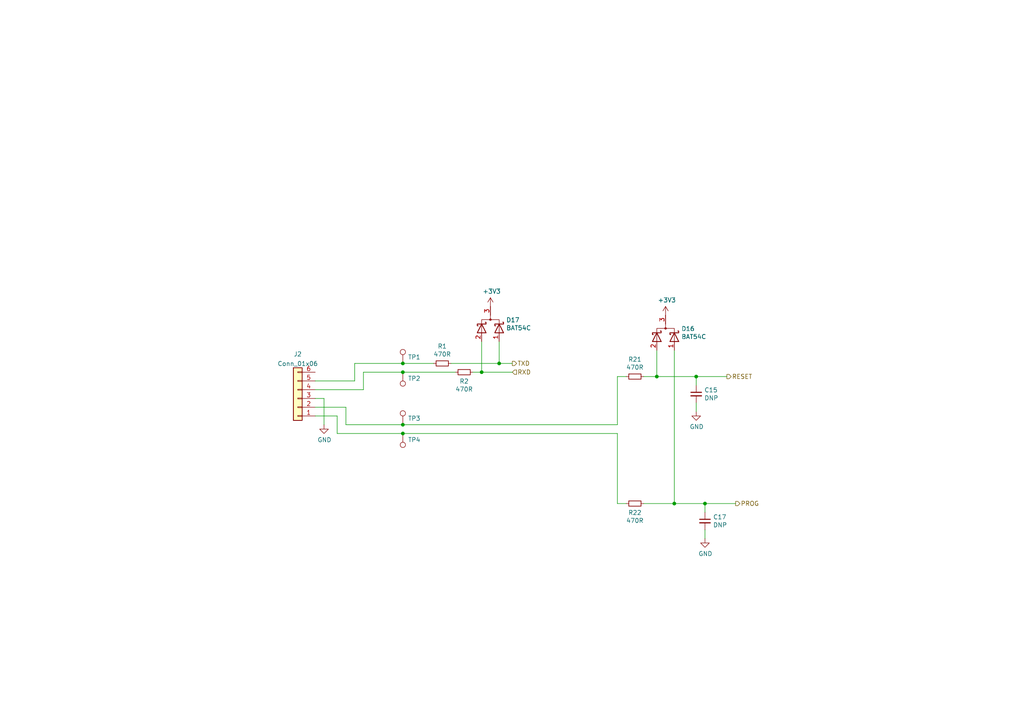
<source format=kicad_sch>
(kicad_sch (version 20211123) (generator eeschema)

  (uuid aa0466c6-766f-4bb4-abf1-502a6a06f91d)

  (paper "A4")

  (lib_symbols
    (symbol "Connector:TestPoint" (pin_numbers hide) (pin_names (offset 0.762) hide) (in_bom yes) (on_board yes)
      (property "Reference" "TP" (id 0) (at 0 6.858 0)
        (effects (font (size 1.27 1.27)))
      )
      (property "Value" "TestPoint" (id 1) (at 0 5.08 0)
        (effects (font (size 1.27 1.27)))
      )
      (property "Footprint" "" (id 2) (at 5.08 0 0)
        (effects (font (size 1.27 1.27)) hide)
      )
      (property "Datasheet" "~" (id 3) (at 5.08 0 0)
        (effects (font (size 1.27 1.27)) hide)
      )
      (property "ki_keywords" "test point tp" (id 4) (at 0 0 0)
        (effects (font (size 1.27 1.27)) hide)
      )
      (property "ki_description" "test point" (id 5) (at 0 0 0)
        (effects (font (size 1.27 1.27)) hide)
      )
      (property "ki_fp_filters" "Pin* Test*" (id 6) (at 0 0 0)
        (effects (font (size 1.27 1.27)) hide)
      )
      (symbol "TestPoint_0_1"
        (circle (center 0 3.302) (radius 0.762)
          (stroke (width 0) (type default) (color 0 0 0 0))
          (fill (type none))
        )
      )
      (symbol "TestPoint_1_1"
        (pin passive line (at 0 0 90) (length 2.54)
          (name "1" (effects (font (size 1.27 1.27))))
          (number "1" (effects (font (size 1.27 1.27))))
        )
      )
    )
    (symbol "Connector_Generic:Conn_01x06" (pin_names (offset 1.016) hide) (in_bom yes) (on_board yes)
      (property "Reference" "J" (id 0) (at 0 7.62 0)
        (effects (font (size 1.27 1.27)))
      )
      (property "Value" "Conn_01x06" (id 1) (at 0 -10.16 0)
        (effects (font (size 1.27 1.27)))
      )
      (property "Footprint" "" (id 2) (at 0 0 0)
        (effects (font (size 1.27 1.27)) hide)
      )
      (property "Datasheet" "~" (id 3) (at 0 0 0)
        (effects (font (size 1.27 1.27)) hide)
      )
      (property "ki_keywords" "connector" (id 4) (at 0 0 0)
        (effects (font (size 1.27 1.27)) hide)
      )
      (property "ki_description" "Generic connector, single row, 01x06, script generated (kicad-library-utils/schlib/autogen/connector/)" (id 5) (at 0 0 0)
        (effects (font (size 1.27 1.27)) hide)
      )
      (property "ki_fp_filters" "Connector*:*_1x??_*" (id 6) (at 0 0 0)
        (effects (font (size 1.27 1.27)) hide)
      )
      (symbol "Conn_01x06_1_1"
        (rectangle (start -1.27 -7.493) (end 0 -7.747)
          (stroke (width 0.1524) (type default) (color 0 0 0 0))
          (fill (type none))
        )
        (rectangle (start -1.27 -4.953) (end 0 -5.207)
          (stroke (width 0.1524) (type default) (color 0 0 0 0))
          (fill (type none))
        )
        (rectangle (start -1.27 -2.413) (end 0 -2.667)
          (stroke (width 0.1524) (type default) (color 0 0 0 0))
          (fill (type none))
        )
        (rectangle (start -1.27 0.127) (end 0 -0.127)
          (stroke (width 0.1524) (type default) (color 0 0 0 0))
          (fill (type none))
        )
        (rectangle (start -1.27 2.667) (end 0 2.413)
          (stroke (width 0.1524) (type default) (color 0 0 0 0))
          (fill (type none))
        )
        (rectangle (start -1.27 5.207) (end 0 4.953)
          (stroke (width 0.1524) (type default) (color 0 0 0 0))
          (fill (type none))
        )
        (rectangle (start -1.27 6.35) (end 1.27 -8.89)
          (stroke (width 0.254) (type default) (color 0 0 0 0))
          (fill (type background))
        )
        (pin passive line (at -5.08 5.08 0) (length 3.81)
          (name "Pin_1" (effects (font (size 1.27 1.27))))
          (number "1" (effects (font (size 1.27 1.27))))
        )
        (pin passive line (at -5.08 2.54 0) (length 3.81)
          (name "Pin_2" (effects (font (size 1.27 1.27))))
          (number "2" (effects (font (size 1.27 1.27))))
        )
        (pin passive line (at -5.08 0 0) (length 3.81)
          (name "Pin_3" (effects (font (size 1.27 1.27))))
          (number "3" (effects (font (size 1.27 1.27))))
        )
        (pin passive line (at -5.08 -2.54 0) (length 3.81)
          (name "Pin_4" (effects (font (size 1.27 1.27))))
          (number "4" (effects (font (size 1.27 1.27))))
        )
        (pin passive line (at -5.08 -5.08 0) (length 3.81)
          (name "Pin_5" (effects (font (size 1.27 1.27))))
          (number "5" (effects (font (size 1.27 1.27))))
        )
        (pin passive line (at -5.08 -7.62 0) (length 3.81)
          (name "Pin_6" (effects (font (size 1.27 1.27))))
          (number "6" (effects (font (size 1.27 1.27))))
        )
      )
    )
    (symbol "Device:C_Small" (pin_numbers hide) (pin_names (offset 0.254) hide) (in_bom yes) (on_board yes)
      (property "Reference" "C" (id 0) (at 0.254 1.778 0)
        (effects (font (size 1.27 1.27)) (justify left))
      )
      (property "Value" "C_Small" (id 1) (at 0.254 -2.032 0)
        (effects (font (size 1.27 1.27)) (justify left))
      )
      (property "Footprint" "" (id 2) (at 0 0 0)
        (effects (font (size 1.27 1.27)) hide)
      )
      (property "Datasheet" "~" (id 3) (at 0 0 0)
        (effects (font (size 1.27 1.27)) hide)
      )
      (property "ki_keywords" "capacitor cap" (id 4) (at 0 0 0)
        (effects (font (size 1.27 1.27)) hide)
      )
      (property "ki_description" "Unpolarized capacitor, small symbol" (id 5) (at 0 0 0)
        (effects (font (size 1.27 1.27)) hide)
      )
      (property "ki_fp_filters" "C_*" (id 6) (at 0 0 0)
        (effects (font (size 1.27 1.27)) hide)
      )
      (symbol "C_Small_0_1"
        (polyline
          (pts
            (xy -1.524 -0.508)
            (xy 1.524 -0.508)
          )
          (stroke (width 0.3302) (type default) (color 0 0 0 0))
          (fill (type none))
        )
        (polyline
          (pts
            (xy -1.524 0.508)
            (xy 1.524 0.508)
          )
          (stroke (width 0.3048) (type default) (color 0 0 0 0))
          (fill (type none))
        )
      )
      (symbol "C_Small_1_1"
        (pin passive line (at 0 2.54 270) (length 2.032)
          (name "~" (effects (font (size 1.27 1.27))))
          (number "1" (effects (font (size 1.27 1.27))))
        )
        (pin passive line (at 0 -2.54 90) (length 2.032)
          (name "~" (effects (font (size 1.27 1.27))))
          (number "2" (effects (font (size 1.27 1.27))))
        )
      )
    )
    (symbol "Device:D_Schottky_x2_KCom_AAK_Parallel" (pin_names (offset 0.762) hide) (in_bom yes) (on_board yes)
      (property "Reference" "D" (id 0) (at 0 5.08 0)
        (effects (font (size 1.27 1.27)))
      )
      (property "Value" "Device_D_Schottky_x2_KCom_AAK_Parallel" (id 1) (at 0 -5.08 0)
        (effects (font (size 1.27 1.27)))
      )
      (property "Footprint" "" (id 2) (at 1.27 0 0)
        (effects (font (size 1.27 1.27)) hide)
      )
      (property "Datasheet" "" (id 3) (at 1.27 0 0)
        (effects (font (size 1.27 1.27)) hide)
      )
      (symbol "D_Schottky_x2_KCom_AAK_Parallel_0_1"
        (polyline
          (pts
            (xy 1.27 0)
            (xy 2.54 0)
          )
          (stroke (width 0) (type default) (color 0 0 0 0))
          (fill (type none))
        )
        (polyline
          (pts
            (xy -2.54 -2.54)
            (xy 1.27 -2.54)
            (xy 1.27 2.54)
            (xy -2.54 2.54)
          )
          (stroke (width 0) (type default) (color 0 0 0 0))
          (fill (type none))
        )
        (polyline
          (pts
            (xy -2.54 -1.27)
            (xy 0 -2.54)
            (xy -2.54 -3.81)
            (xy -2.54 -1.27)
            (xy -2.54 -1.27)
            (xy -2.54 -1.27)
          )
          (stroke (width 0.254) (type default) (color 0 0 0 0))
          (fill (type none))
        )
        (polyline
          (pts
            (xy -2.54 3.81)
            (xy 0 2.54)
            (xy -2.54 1.27)
            (xy -2.54 3.81)
            (xy -2.54 3.81)
            (xy -2.54 3.81)
          )
          (stroke (width 0.254) (type default) (color 0 0 0 0))
          (fill (type none))
        )
        (polyline
          (pts
            (xy 0.508 -1.524)
            (xy 0.508 -1.27)
            (xy 0 -1.27)
            (xy 0 -3.81)
            (xy -0.508 -3.81)
            (xy -0.508 -3.556)
          )
          (stroke (width 0.254) (type default) (color 0 0 0 0))
          (fill (type none))
        )
        (polyline
          (pts
            (xy 0.508 3.556)
            (xy 0.508 3.81)
            (xy 0 3.81)
            (xy 0 1.27)
            (xy -0.508 1.27)
            (xy -0.508 1.524)
          )
          (stroke (width 0.254) (type default) (color 0 0 0 0))
          (fill (type none))
        )
        (circle (center 1.27 0) (radius 0.254)
          (stroke (width 0) (type default) (color 0 0 0 0))
          (fill (type outline))
        )
        (pin passive line (at -5.08 2.54 0) (length 2.54)
          (name "K" (effects (font (size 1.27 1.27))))
          (number "1" (effects (font (size 1.27 1.27))))
        )
        (pin passive line (at -5.08 -2.54 0) (length 2.54)
          (name "K" (effects (font (size 1.27 1.27))))
          (number "2" (effects (font (size 1.27 1.27))))
        )
        (pin passive line (at 5.08 0 180) (length 2.54)
          (name "A" (effects (font (size 1.27 1.27))))
          (number "3" (effects (font (size 1.27 1.27))))
        )
      )
    )
    (symbol "Device:R_Small" (pin_numbers hide) (pin_names (offset 0.254) hide) (in_bom yes) (on_board yes)
      (property "Reference" "R" (id 0) (at 0.762 0.508 0)
        (effects (font (size 1.27 1.27)) (justify left))
      )
      (property "Value" "R_Small" (id 1) (at 0.762 -1.016 0)
        (effects (font (size 1.27 1.27)) (justify left))
      )
      (property "Footprint" "" (id 2) (at 0 0 0)
        (effects (font (size 1.27 1.27)) hide)
      )
      (property "Datasheet" "~" (id 3) (at 0 0 0)
        (effects (font (size 1.27 1.27)) hide)
      )
      (property "ki_keywords" "R resistor" (id 4) (at 0 0 0)
        (effects (font (size 1.27 1.27)) hide)
      )
      (property "ki_description" "Resistor, small symbol" (id 5) (at 0 0 0)
        (effects (font (size 1.27 1.27)) hide)
      )
      (property "ki_fp_filters" "R_*" (id 6) (at 0 0 0)
        (effects (font (size 1.27 1.27)) hide)
      )
      (symbol "R_Small_0_1"
        (rectangle (start -0.762 1.778) (end 0.762 -1.778)
          (stroke (width 0.2032) (type default) (color 0 0 0 0))
          (fill (type none))
        )
      )
      (symbol "R_Small_1_1"
        (pin passive line (at 0 2.54 270) (length 0.762)
          (name "~" (effects (font (size 1.27 1.27))))
          (number "1" (effects (font (size 1.27 1.27))))
        )
        (pin passive line (at 0 -2.54 90) (length 0.762)
          (name "~" (effects (font (size 1.27 1.27))))
          (number "2" (effects (font (size 1.27 1.27))))
        )
      )
    )
    (symbol "power:+3V3" (power) (pin_names (offset 0)) (in_bom yes) (on_board yes)
      (property "Reference" "#PWR" (id 0) (at 0 -3.81 0)
        (effects (font (size 1.27 1.27)) hide)
      )
      (property "Value" "+3V3" (id 1) (at 0 3.556 0)
        (effects (font (size 1.27 1.27)))
      )
      (property "Footprint" "" (id 2) (at 0 0 0)
        (effects (font (size 1.27 1.27)) hide)
      )
      (property "Datasheet" "" (id 3) (at 0 0 0)
        (effects (font (size 1.27 1.27)) hide)
      )
      (property "ki_keywords" "power-flag" (id 4) (at 0 0 0)
        (effects (font (size 1.27 1.27)) hide)
      )
      (property "ki_description" "Power symbol creates a global label with name \"+3V3\"" (id 5) (at 0 0 0)
        (effects (font (size 1.27 1.27)) hide)
      )
      (symbol "+3V3_0_1"
        (polyline
          (pts
            (xy -0.762 1.27)
            (xy 0 2.54)
          )
          (stroke (width 0) (type default) (color 0 0 0 0))
          (fill (type none))
        )
        (polyline
          (pts
            (xy 0 0)
            (xy 0 2.54)
          )
          (stroke (width 0) (type default) (color 0 0 0 0))
          (fill (type none))
        )
        (polyline
          (pts
            (xy 0 2.54)
            (xy 0.762 1.27)
          )
          (stroke (width 0) (type default) (color 0 0 0 0))
          (fill (type none))
        )
      )
      (symbol "+3V3_1_1"
        (pin power_in line (at 0 0 90) (length 0) hide
          (name "+3V3" (effects (font (size 1.27 1.27))))
          (number "1" (effects (font (size 1.27 1.27))))
        )
      )
    )
    (symbol "power:GND" (power) (pin_names (offset 0)) (in_bom yes) (on_board yes)
      (property "Reference" "#PWR" (id 0) (at 0 -6.35 0)
        (effects (font (size 1.27 1.27)) hide)
      )
      (property "Value" "GND" (id 1) (at 0 -3.81 0)
        (effects (font (size 1.27 1.27)))
      )
      (property "Footprint" "" (id 2) (at 0 0 0)
        (effects (font (size 1.27 1.27)) hide)
      )
      (property "Datasheet" "" (id 3) (at 0 0 0)
        (effects (font (size 1.27 1.27)) hide)
      )
      (property "ki_keywords" "power-flag" (id 4) (at 0 0 0)
        (effects (font (size 1.27 1.27)) hide)
      )
      (property "ki_description" "Power symbol creates a global label with name \"GND\" , ground" (id 5) (at 0 0 0)
        (effects (font (size 1.27 1.27)) hide)
      )
      (symbol "GND_0_1"
        (polyline
          (pts
            (xy 0 0)
            (xy 0 -1.27)
            (xy 1.27 -1.27)
            (xy 0 -2.54)
            (xy -1.27 -1.27)
            (xy 0 -1.27)
          )
          (stroke (width 0) (type default) (color 0 0 0 0))
          (fill (type none))
        )
      )
      (symbol "GND_1_1"
        (pin power_in line (at 0 0 270) (length 0) hide
          (name "GND" (effects (font (size 1.27 1.27))))
          (number "1" (effects (font (size 1.27 1.27))))
        )
      )
    )
  )

  (junction (at 116.84 125.73) (diameter 0) (color 0 0 0 0)
    (uuid 0a79db37-f1d9-40b1-a24d-8bdfb8f637e2)
  )
  (junction (at 139.7 107.95) (diameter 0) (color 0 0 0 0)
    (uuid 1b5a32e4-0b8e-4f38-b679-71dc277c2087)
  )
  (junction (at 116.84 107.95) (diameter 0) (color 0 0 0 0)
    (uuid 29cd9e70-9b68-44f7-96b2-fe993c246832)
  )
  (junction (at 190.5 109.22) (diameter 0) (color 0 0 0 0)
    (uuid 2ec9be40-1d5a-4e2d-8a4d-4be2d3c079d5)
  )
  (junction (at 144.78 105.41) (diameter 0) (color 0 0 0 0)
    (uuid 494d4ce3-60c4-4021-8bd1-ab41a12b14ed)
  )
  (junction (at 116.84 123.19) (diameter 0) (color 0 0 0 0)
    (uuid 71aa3829-956e-4ff9-af3f-b06e50ab2b5a)
  )
  (junction (at 195.58 146.05) (diameter 0) (color 0 0 0 0)
    (uuid be030c62-e776-405f-97d8-4a4c1aa2e428)
  )
  (junction (at 116.84 105.41) (diameter 0) (color 0 0 0 0)
    (uuid cd48b13f-c989-4ac1-a7f0-053afcd77527)
  )
  (junction (at 204.47 146.05) (diameter 0) (color 0 0 0 0)
    (uuid df9a1242-2d73-4343-b170-237bc9a8080f)
  )
  (junction (at 201.93 109.22) (diameter 0) (color 0 0 0 0)
    (uuid ef3dded2-639c-45d4-8076-84cfb5189592)
  )

  (wire (pts (xy 195.58 101.6) (xy 195.58 146.05))
    (stroke (width 0) (type default) (color 0 0 0 0))
    (uuid 0cc094e7-c1c0-457d-bd94-3db91c23be55)
  )
  (wire (pts (xy 100.33 118.11) (xy 100.33 123.19))
    (stroke (width 0) (type default) (color 0 0 0 0))
    (uuid 0cf3c1a7-3937-415a-86cd-e961535bb11b)
  )
  (wire (pts (xy 105.41 107.95) (xy 105.41 113.03))
    (stroke (width 0) (type default) (color 0 0 0 0))
    (uuid 1e0fed4f-2503-47b7-a2de-e60956703ba3)
  )
  (wire (pts (xy 144.78 105.41) (xy 148.59 105.41))
    (stroke (width 0) (type default) (color 0 0 0 0))
    (uuid 2a6ee718-8cdf-4fa6-be7c-8fe885d98fd7)
  )
  (wire (pts (xy 204.47 146.05) (xy 213.36 146.05))
    (stroke (width 0) (type default) (color 0 0 0 0))
    (uuid 2d0d333a-99a0-4575-9433-710c8cc7ac0b)
  )
  (wire (pts (xy 116.84 107.95) (xy 132.08 107.95))
    (stroke (width 0) (type default) (color 0 0 0 0))
    (uuid 2e1d63b8-5189-41bb-8b6a-c4ada546b2d5)
  )
  (wire (pts (xy 190.5 109.22) (xy 201.93 109.22))
    (stroke (width 0) (type default) (color 0 0 0 0))
    (uuid 35343f32-90ff-4059-a108-111fb444c3d2)
  )
  (wire (pts (xy 116.84 123.19) (xy 179.07 123.19))
    (stroke (width 0) (type default) (color 0 0 0 0))
    (uuid 41524d81-a7f7-45af-a8c6-15609b68d1fd)
  )
  (wire (pts (xy 105.41 107.95) (xy 116.84 107.95))
    (stroke (width 0) (type default) (color 0 0 0 0))
    (uuid 5099f397-6fe7-454f-899c-34e2b5f22ca7)
  )
  (wire (pts (xy 91.44 115.57) (xy 93.98 115.57))
    (stroke (width 0) (type default) (color 0 0 0 0))
    (uuid 51645d74-e026-4966-aa5b-d26484ba844f)
  )
  (wire (pts (xy 139.7 107.95) (xy 148.59 107.95))
    (stroke (width 0) (type default) (color 0 0 0 0))
    (uuid 55cff608-ab38-48d9-ac09-2d0a877ceca1)
  )
  (wire (pts (xy 139.7 99.06) (xy 139.7 107.95))
    (stroke (width 0) (type default) (color 0 0 0 0))
    (uuid 5a889284-4c9f-49be-8f02-e43e18550914)
  )
  (wire (pts (xy 204.47 148.59) (xy 204.47 146.05))
    (stroke (width 0) (type default) (color 0 0 0 0))
    (uuid 629fdb7a-7978-43d0-987e-b84465775826)
  )
  (wire (pts (xy 179.07 109.22) (xy 181.61 109.22))
    (stroke (width 0) (type default) (color 0 0 0 0))
    (uuid 6b69fc79-c78f-4df1-9a05-c51d4173705f)
  )
  (wire (pts (xy 179.07 109.22) (xy 179.07 123.19))
    (stroke (width 0) (type default) (color 0 0 0 0))
    (uuid 6ce41a48-c5e2-4d5f-8548-1c7b5c309a8a)
  )
  (wire (pts (xy 93.98 115.57) (xy 93.98 123.19))
    (stroke (width 0) (type default) (color 0 0 0 0))
    (uuid 75fc1b5d-5844-4fcd-9f59-12f12889cd00)
  )
  (wire (pts (xy 186.69 109.22) (xy 190.5 109.22))
    (stroke (width 0) (type default) (color 0 0 0 0))
    (uuid 7b75907b-b2ae-4362-89fa-d520339aaa5c)
  )
  (wire (pts (xy 201.93 119.38) (xy 201.93 116.84))
    (stroke (width 0) (type default) (color 0 0 0 0))
    (uuid 7c6e532b-1afd-48d4-9389-2942dcbc7c3c)
  )
  (wire (pts (xy 91.44 110.49) (xy 102.87 110.49))
    (stroke (width 0) (type default) (color 0 0 0 0))
    (uuid 80946195-5900-41bc-bb99-b565b08e01ba)
  )
  (wire (pts (xy 179.07 125.73) (xy 179.07 146.05))
    (stroke (width 0) (type default) (color 0 0 0 0))
    (uuid 843b53af-dd34-4db8-aa6b-5035b25affc7)
  )
  (wire (pts (xy 144.78 105.41) (xy 144.78 99.06))
    (stroke (width 0) (type default) (color 0 0 0 0))
    (uuid 84febc35-87fd-4cad-8e04-2b66390cfc12)
  )
  (wire (pts (xy 116.84 125.73) (xy 179.07 125.73))
    (stroke (width 0) (type default) (color 0 0 0 0))
    (uuid 8ec1fbbd-83d0-4a2b-ac8f-75165dd1f97a)
  )
  (wire (pts (xy 195.58 146.05) (xy 204.47 146.05))
    (stroke (width 0) (type default) (color 0 0 0 0))
    (uuid 9c0314b1-f82f-432d-95a0-65e191202552)
  )
  (wire (pts (xy 204.47 156.21) (xy 204.47 153.67))
    (stroke (width 0) (type default) (color 0 0 0 0))
    (uuid 9c5933cf-1535-4465-90dd-da9b75afcdcf)
  )
  (wire (pts (xy 179.07 146.05) (xy 181.61 146.05))
    (stroke (width 0) (type default) (color 0 0 0 0))
    (uuid 9c8eae28-a7c3-4e6a-bd81-98cf70031070)
  )
  (wire (pts (xy 116.84 105.41) (xy 125.73 105.41))
    (stroke (width 0) (type default) (color 0 0 0 0))
    (uuid 9e18f8b3-9e1a-4022-9224-10c12ca8a28d)
  )
  (wire (pts (xy 102.87 105.41) (xy 116.84 105.41))
    (stroke (width 0) (type default) (color 0 0 0 0))
    (uuid a12b751e-ae7a-468c-af3d-31ed4d501b01)
  )
  (wire (pts (xy 100.33 123.19) (xy 116.84 123.19))
    (stroke (width 0) (type default) (color 0 0 0 0))
    (uuid a67dbe3b-ec7d-4ea5-b0e5-715c5263d8da)
  )
  (wire (pts (xy 130.81 105.41) (xy 144.78 105.41))
    (stroke (width 0) (type default) (color 0 0 0 0))
    (uuid a6dc1180-19c4-432b-af49-fc9179bb4519)
  )
  (wire (pts (xy 201.93 109.22) (xy 210.82 109.22))
    (stroke (width 0) (type default) (color 0 0 0 0))
    (uuid b4675fcd-90dd-499b-8feb-46b51a88378c)
  )
  (wire (pts (xy 190.5 101.6) (xy 190.5 109.22))
    (stroke (width 0) (type default) (color 0 0 0 0))
    (uuid b632afec-1444-4246-8afb-cc14a57567e7)
  )
  (wire (pts (xy 97.79 120.65) (xy 91.44 120.65))
    (stroke (width 0) (type default) (color 0 0 0 0))
    (uuid c6eba095-568b-4dfe-8e69-bc856627d00f)
  )
  (wire (pts (xy 201.93 111.76) (xy 201.93 109.22))
    (stroke (width 0) (type default) (color 0 0 0 0))
    (uuid d53baa32-ba88-4646-9db3-0e9b0f0da4f0)
  )
  (wire (pts (xy 91.44 113.03) (xy 105.41 113.03))
    (stroke (width 0) (type default) (color 0 0 0 0))
    (uuid d59261c9-33df-4ea6-a272-6246eecc290f)
  )
  (wire (pts (xy 102.87 105.41) (xy 102.87 110.49))
    (stroke (width 0) (type default) (color 0 0 0 0))
    (uuid d8da3796-ed31-48b0-90e3-5311e74296e6)
  )
  (wire (pts (xy 91.44 118.11) (xy 100.33 118.11))
    (stroke (width 0) (type default) (color 0 0 0 0))
    (uuid da266799-b09f-4409-ab82-12be3f03f10c)
  )
  (wire (pts (xy 97.79 125.73) (xy 97.79 120.65))
    (stroke (width 0) (type default) (color 0 0 0 0))
    (uuid dfb552bb-6eda-4fb9-9d88-b04b58866f82)
  )
  (wire (pts (xy 97.79 125.73) (xy 116.84 125.73))
    (stroke (width 0) (type default) (color 0 0 0 0))
    (uuid eb1b2aa2-a3cc-4a96-87ec-70fcae365f0f)
  )
  (wire (pts (xy 137.16 107.95) (xy 139.7 107.95))
    (stroke (width 0) (type default) (color 0 0 0 0))
    (uuid eb7e294c-b398-413b-8b78-85a66ed5f3ea)
  )
  (wire (pts (xy 186.69 146.05) (xy 195.58 146.05))
    (stroke (width 0) (type default) (color 0 0 0 0))
    (uuid f2392fe0-54af-4e02-8793-9ba2471944b5)
  )

  (hierarchical_label "PROG" (shape output) (at 213.36 146.05 0)
    (effects (font (size 1.27 1.27)) (justify left))
    (uuid 4f2f68c4-6fa0-45ce-b5c2-e911daddcd12)
  )
  (hierarchical_label "TXD" (shape output) (at 148.59 105.41 0)
    (effects (font (size 1.27 1.27)) (justify left))
    (uuid 692d87e9-6b70-46cc-9c78-b75193a484cc)
  )
  (hierarchical_label "RXD" (shape input) (at 148.59 107.95 0)
    (effects (font (size 1.27 1.27)) (justify left))
    (uuid a6706c54-6a82-42d1-a6c9-48341690e19d)
  )
  (hierarchical_label "RESET" (shape output) (at 210.82 109.22 0)
    (effects (font (size 1.27 1.27)) (justify left))
    (uuid dd6c35f3-ae45-4706-ad6f-8028797ca8e0)
  )

  (symbol (lib_id "Device:D_Schottky_x2_KCom_AAK_Parallel") (at 193.04 96.52 270) (mirror x) (unit 1)
    (in_bom yes) (on_board yes)
    (uuid 00000000-0000-0000-0000-00005f6a779d)
    (property "Reference" "D16" (id 0) (at 197.612 95.3516 90)
      (effects (font (size 1.27 1.27)) (justify left))
    )
    (property "Value" "BAT54C" (id 1) (at 197.612 97.663 90)
      (effects (font (size 1.27 1.27)) (justify left))
    )
    (property "Footprint" "Package_TO_SOT_SMD:SOT-23" (id 2) (at 193.04 96.52 0)
      (effects (font (size 1.27 1.27)) hide)
    )
    (property "Datasheet" "~" (id 3) (at 193.04 96.52 0)
      (effects (font (size 1.27 1.27)) hide)
    )
    (pin "1" (uuid ec48f40d-c3a1-41ac-85d7-ccfcf1117463))
    (pin "2" (uuid f98e3333-6376-41c2-bdca-04ad7193fcc9))
    (pin "3" (uuid 03f23d5f-861f-4509-9ac6-8a2b462ebfe4))
  )

  (symbol (lib_id "power:+3V3") (at 193.04 91.44 0) (unit 1)
    (in_bom yes) (on_board yes)
    (uuid 00000000-0000-0000-0000-00005f6a809a)
    (property "Reference" "#PWR0110" (id 0) (at 193.04 95.25 0)
      (effects (font (size 1.27 1.27)) hide)
    )
    (property "Value" "+3V3" (id 1) (at 193.421 87.0458 0))
    (property "Footprint" "" (id 2) (at 193.04 91.44 0)
      (effects (font (size 1.27 1.27)) hide)
    )
    (property "Datasheet" "" (id 3) (at 193.04 91.44 0)
      (effects (font (size 1.27 1.27)) hide)
    )
    (pin "1" (uuid 564eaa64-508e-4e11-a682-138ee51ad012))
  )

  (symbol (lib_id "Device:R_Small") (at 184.15 109.22 270) (unit 1)
    (in_bom yes) (on_board yes)
    (uuid 00000000-0000-0000-0000-00005f6cf068)
    (property "Reference" "R21" (id 0) (at 184.15 104.2416 90))
    (property "Value" "470R" (id 1) (at 184.15 106.553 90))
    (property "Footprint" "Resistor_SMD:R_0603_1608Metric" (id 2) (at 184.15 109.22 0)
      (effects (font (size 1.27 1.27)) hide)
    )
    (property "Datasheet" "~" (id 3) (at 184.15 109.22 0)
      (effects (font (size 1.27 1.27)) hide)
    )
    (pin "1" (uuid 956aedb4-5363-4f33-9921-2364625b44e0))
    (pin "2" (uuid def9bd4f-4475-4a93-b16b-2472d71d5f1e))
  )

  (symbol (lib_id "Device:R_Small") (at 184.15 146.05 270) (unit 1)
    (in_bom yes) (on_board yes)
    (uuid 00000000-0000-0000-0000-00005f6cf06e)
    (property "Reference" "R22" (id 0) (at 184.15 148.6916 90))
    (property "Value" "470R" (id 1) (at 184.15 151.003 90))
    (property "Footprint" "Resistor_SMD:R_0603_1608Metric" (id 2) (at 184.15 146.05 0)
      (effects (font (size 1.27 1.27)) hide)
    )
    (property "Datasheet" "~" (id 3) (at 184.15 146.05 0)
      (effects (font (size 1.27 1.27)) hide)
    )
    (pin "1" (uuid 2f762acb-b050-43ca-a30d-13922c2e7fd5))
    (pin "2" (uuid 96e40cc9-421d-4013-928a-52bb531884c6))
  )

  (symbol (lib_id "Device:R_Small") (at 128.27 105.41 270) (unit 1)
    (in_bom yes) (on_board yes)
    (uuid 00000000-0000-0000-0000-00005f6d91ff)
    (property "Reference" "R1" (id 0) (at 128.27 100.4316 90))
    (property "Value" "470R" (id 1) (at 128.27 102.743 90))
    (property "Footprint" "Resistor_SMD:R_0603_1608Metric" (id 2) (at 128.27 105.41 0)
      (effects (font (size 1.27 1.27)) hide)
    )
    (property "Datasheet" "~" (id 3) (at 128.27 105.41 0)
      (effects (font (size 1.27 1.27)) hide)
    )
    (pin "1" (uuid 4f42cefa-274f-4d84-a3a9-6d93a562a3ef))
    (pin "2" (uuid 4c0c0dcc-c889-4880-99d8-4d58a3ece75d))
  )

  (symbol (lib_id "Device:R_Small") (at 134.62 107.95 270) (unit 1)
    (in_bom yes) (on_board yes)
    (uuid 00000000-0000-0000-0000-00005f6d964c)
    (property "Reference" "R2" (id 0) (at 134.62 110.5916 90))
    (property "Value" "470R" (id 1) (at 134.62 112.903 90))
    (property "Footprint" "Resistor_SMD:R_0603_1608Metric" (id 2) (at 134.62 107.95 0)
      (effects (font (size 1.27 1.27)) hide)
    )
    (property "Datasheet" "~" (id 3) (at 134.62 107.95 0)
      (effects (font (size 1.27 1.27)) hide)
    )
    (pin "1" (uuid 400aa7f7-0ab0-43d1-a4a9-ac7ce0ab8ae2))
    (pin "2" (uuid e0b1253e-e012-4aa0-baa8-22a44688d6fe))
  )

  (symbol (lib_id "Device:D_Schottky_x2_KCom_AAK_Parallel") (at 142.24 93.98 270) (mirror x) (unit 1)
    (in_bom yes) (on_board yes)
    (uuid 00000000-0000-0000-0000-00005f6ede3a)
    (property "Reference" "D17" (id 0) (at 146.812 92.8116 90)
      (effects (font (size 1.27 1.27)) (justify left))
    )
    (property "Value" "BAT54C" (id 1) (at 146.812 95.123 90)
      (effects (font (size 1.27 1.27)) (justify left))
    )
    (property "Footprint" "Package_TO_SOT_SMD:SOT-23" (id 2) (at 142.24 93.98 0)
      (effects (font (size 1.27 1.27)) hide)
    )
    (property "Datasheet" "~" (id 3) (at 142.24 93.98 0)
      (effects (font (size 1.27 1.27)) hide)
    )
    (pin "1" (uuid 4b8ea50e-bc5f-4e52-bf91-1f55d8bf0549))
    (pin "2" (uuid 7e4bbf62-c24d-4e1e-b6cd-f29554927955))
    (pin "3" (uuid 0be396e2-52f6-4222-97cb-8b7275b8f253))
  )

  (symbol (lib_id "power:+3V3") (at 142.24 88.9 0) (unit 1)
    (in_bom yes) (on_board yes)
    (uuid 00000000-0000-0000-0000-00005f6f0d0b)
    (property "Reference" "#PWR0120" (id 0) (at 142.24 92.71 0)
      (effects (font (size 1.27 1.27)) hide)
    )
    (property "Value" "+3V3" (id 1) (at 142.621 84.5058 0))
    (property "Footprint" "" (id 2) (at 142.24 88.9 0)
      (effects (font (size 1.27 1.27)) hide)
    )
    (property "Datasheet" "" (id 3) (at 142.24 88.9 0)
      (effects (font (size 1.27 1.27)) hide)
    )
    (pin "1" (uuid acbea4f0-70cb-45c7-ac8a-401f63a53b80))
  )

  (symbol (lib_id "Connector:TestPoint") (at 116.84 105.41 0) (unit 1)
    (in_bom yes) (on_board yes)
    (uuid 00000000-0000-0000-0000-00005f819379)
    (property "Reference" "TP1" (id 0) (at 118.3132 103.5812 0)
      (effects (font (size 1.27 1.27)) (justify left))
    )
    (property "Value" "TestPoint" (id 1) (at 118.3132 103.5812 0)
      (effects (font (size 1.27 1.27)) (justify left) hide)
    )
    (property "Footprint" "TestPoint:TestPoint_THTPad_D1.0mm_Drill0.5mm" (id 2) (at 118.3132 105.8926 0)
      (effects (font (size 1.27 1.27)) (justify left) hide)
    )
    (property "Datasheet" "~" (id 3) (at 121.92 105.41 0)
      (effects (font (size 1.27 1.27)) hide)
    )
    (pin "1" (uuid f6a5f3b3-7b74-459c-992b-91819c322c32))
  )

  (symbol (lib_id "Connector:TestPoint") (at 116.84 107.95 180) (unit 1)
    (in_bom yes) (on_board yes)
    (uuid 00000000-0000-0000-0000-00005f819c53)
    (property "Reference" "TP2" (id 0) (at 118.3132 109.7788 0)
      (effects (font (size 1.27 1.27)) (justify right))
    )
    (property "Value" "TestPoint" (id 1) (at 115.3668 109.7788 0)
      (effects (font (size 1.27 1.27)) (justify left) hide)
    )
    (property "Footprint" "TestPoint:TestPoint_THTPad_D1.0mm_Drill0.5mm" (id 2) (at 115.3668 107.4674 0)
      (effects (font (size 1.27 1.27)) (justify left) hide)
    )
    (property "Datasheet" "~" (id 3) (at 111.76 107.95 0)
      (effects (font (size 1.27 1.27)) hide)
    )
    (pin "1" (uuid 853e366c-9421-4c5f-85c1-548eeec8813e))
  )

  (symbol (lib_id "Connector:TestPoint") (at 116.84 123.19 0) (unit 1)
    (in_bom yes) (on_board yes)
    (uuid 00000000-0000-0000-0000-00005f81a465)
    (property "Reference" "TP3" (id 0) (at 118.3132 121.3612 0)
      (effects (font (size 1.27 1.27)) (justify left))
    )
    (property "Value" "TestPoint" (id 1) (at 118.3132 121.3612 0)
      (effects (font (size 1.27 1.27)) (justify left) hide)
    )
    (property "Footprint" "TestPoint:TestPoint_THTPad_D1.0mm_Drill0.5mm" (id 2) (at 118.3132 123.6726 0)
      (effects (font (size 1.27 1.27)) (justify left) hide)
    )
    (property "Datasheet" "~" (id 3) (at 121.92 123.19 0)
      (effects (font (size 1.27 1.27)) hide)
    )
    (pin "1" (uuid a3390779-6f64-4fb8-bdc5-e8692c62350b))
  )

  (symbol (lib_id "Connector:TestPoint") (at 116.84 125.73 180) (unit 1)
    (in_bom yes) (on_board yes)
    (uuid 00000000-0000-0000-0000-00005f81ab00)
    (property "Reference" "TP4" (id 0) (at 118.3132 127.5588 0)
      (effects (font (size 1.27 1.27)) (justify right))
    )
    (property "Value" "TestPoint" (id 1) (at 115.3668 127.5588 0)
      (effects (font (size 1.27 1.27)) (justify left) hide)
    )
    (property "Footprint" "TestPoint:TestPoint_THTPad_D1.0mm_Drill0.5mm" (id 2) (at 115.3668 125.2474 0)
      (effects (font (size 1.27 1.27)) (justify left) hide)
    )
    (property "Datasheet" "~" (id 3) (at 111.76 125.73 0)
      (effects (font (size 1.27 1.27)) hide)
    )
    (pin "1" (uuid c58815fc-978b-4619-bc1a-b1e369b185bf))
  )

  (symbol (lib_id "Device:C_Small") (at 201.93 114.3 0) (unit 1)
    (in_bom yes) (on_board yes)
    (uuid 00000000-0000-0000-0000-00005f8c5ddb)
    (property "Reference" "C15" (id 0) (at 204.2668 113.1316 0)
      (effects (font (size 1.27 1.27)) (justify left))
    )
    (property "Value" "DNP" (id 1) (at 204.2668 115.443 0)
      (effects (font (size 1.27 1.27)) (justify left))
    )
    (property "Footprint" "Capacitor_SMD:C_0603_1608Metric" (id 2) (at 201.93 114.3 0)
      (effects (font (size 1.27 1.27)) hide)
    )
    (property "Datasheet" "~" (id 3) (at 201.93 114.3 0)
      (effects (font (size 1.27 1.27)) hide)
    )
    (pin "1" (uuid 3b7391b0-88d4-4303-ac56-a443b823a699))
    (pin "2" (uuid 8b881b67-9183-4369-b04e-2d3839f97ac1))
  )

  (symbol (lib_id "Device:C_Small") (at 204.47 151.13 0) (unit 1)
    (in_bom yes) (on_board yes)
    (uuid 00000000-0000-0000-0000-00005f8c6273)
    (property "Reference" "C17" (id 0) (at 206.8068 149.9616 0)
      (effects (font (size 1.27 1.27)) (justify left))
    )
    (property "Value" "DNP" (id 1) (at 206.8068 152.273 0)
      (effects (font (size 1.27 1.27)) (justify left))
    )
    (property "Footprint" "Capacitor_SMD:C_0603_1608Metric" (id 2) (at 204.47 151.13 0)
      (effects (font (size 1.27 1.27)) hide)
    )
    (property "Datasheet" "~" (id 3) (at 204.47 151.13 0)
      (effects (font (size 1.27 1.27)) hide)
    )
    (pin "1" (uuid 433a6e2c-e28f-42e6-9de8-ce9efb0d814d))
    (pin "2" (uuid a5d68acb-493d-4a7d-8f7f-517ebcebec51))
  )

  (symbol (lib_id "power:GND") (at 201.93 119.38 0) (unit 1)
    (in_bom yes) (on_board yes)
    (uuid 00000000-0000-0000-0000-00005f8c681a)
    (property "Reference" "#PWR07" (id 0) (at 201.93 125.73 0)
      (effects (font (size 1.27 1.27)) hide)
    )
    (property "Value" "GND" (id 1) (at 202.057 123.7742 0))
    (property "Footprint" "" (id 2) (at 201.93 119.38 0)
      (effects (font (size 1.27 1.27)) hide)
    )
    (property "Datasheet" "" (id 3) (at 201.93 119.38 0)
      (effects (font (size 1.27 1.27)) hide)
    )
    (pin "1" (uuid 8d6de16a-2a71-4f91-9ba1-b2f0dc4095b2))
  )

  (symbol (lib_id "power:GND") (at 204.47 156.21 0) (unit 1)
    (in_bom yes) (on_board yes)
    (uuid 00000000-0000-0000-0000-00005f8c6d89)
    (property "Reference" "#PWR049" (id 0) (at 204.47 162.56 0)
      (effects (font (size 1.27 1.27)) hide)
    )
    (property "Value" "GND" (id 1) (at 204.597 160.6042 0))
    (property "Footprint" "" (id 2) (at 204.47 156.21 0)
      (effects (font (size 1.27 1.27)) hide)
    )
    (property "Datasheet" "" (id 3) (at 204.47 156.21 0)
      (effects (font (size 1.27 1.27)) hide)
    )
    (pin "1" (uuid c062ac63-e8c4-48b0-8b71-d0db306d9cd4))
  )

  (symbol (lib_id "power:GND") (at 93.98 123.19 0) (unit 1)
    (in_bom yes) (on_board yes)
    (uuid 3c3c32e2-f690-41c5-9c8e-f33db17023f8)
    (property "Reference" "#PWR0101" (id 0) (at 93.98 129.54 0)
      (effects (font (size 1.27 1.27)) hide)
    )
    (property "Value" "GND" (id 1) (at 94.107 127.5842 0))
    (property "Footprint" "" (id 2) (at 93.98 123.19 0)
      (effects (font (size 1.27 1.27)) hide)
    )
    (property "Datasheet" "" (id 3) (at 93.98 123.19 0)
      (effects (font (size 1.27 1.27)) hide)
    )
    (pin "1" (uuid 8cc61390-e751-484a-a4d3-57514fa9a4d8))
  )

  (symbol (lib_id "Connector_Generic:Conn_01x06") (at 86.36 115.57 180) (unit 1)
    (in_bom yes) (on_board yes) (fields_autoplaced)
    (uuid b14322b4-33df-46f6-809e-99f40aa09a45)
    (property "Reference" "J2" (id 0) (at 86.36 102.7135 0))
    (property "Value" "Conn_01x06" (id 1) (at 86.36 105.4886 0))
    (property "Footprint" "Connector_PinSocket_2.54mm:PinSocket_1x06_P2.54mm_Vertical" (id 2) (at 86.36 115.57 0)
      (effects (font (size 1.27 1.27)) hide)
    )
    (property "Datasheet" "~" (id 3) (at 86.36 115.57 0)
      (effects (font (size 1.27 1.27)) hide)
    )
    (pin "1" (uuid 4c93d486-2c35-4c58-bae3-f70ed6046ca1))
    (pin "2" (uuid 573e20b3-bd6f-45c6-8b3c-33e5cc44f6e7))
    (pin "3" (uuid 1350d3cb-5f21-43ca-8f5d-edf2fd12c92d))
    (pin "4" (uuid 0bfe28bc-3719-464b-aad9-9d472ad2bdae))
    (pin "5" (uuid abfd73bd-e127-4eb2-aa75-bc7b5ebd7c77))
    (pin "6" (uuid 7fc9f890-20fa-4802-8fb9-4034872c145e))
  )
)

</source>
